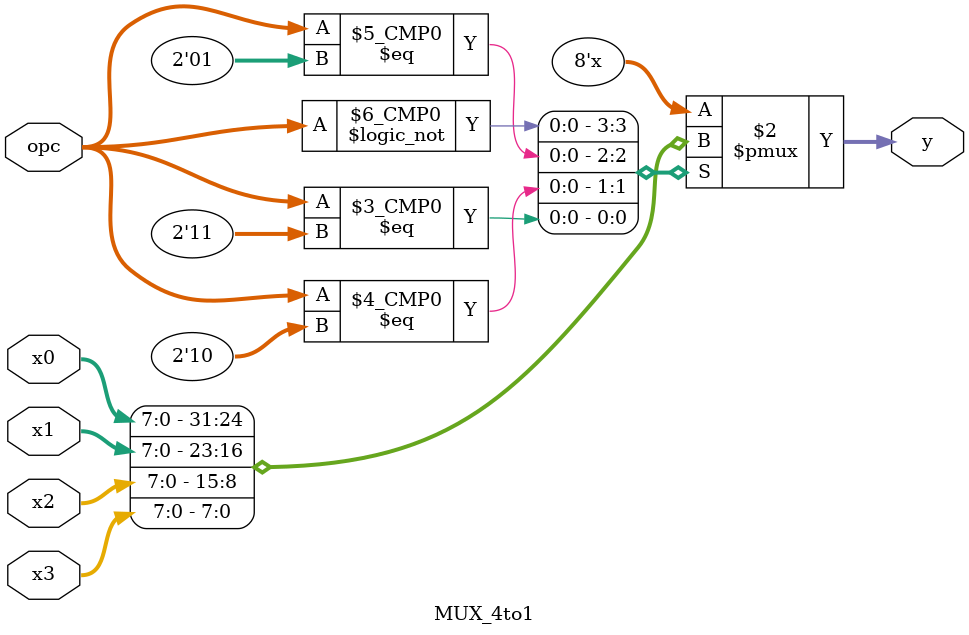
<source format=v>
module MUX_4to1 #(
	parameter n=8
	)
	(
	input  [1:0] opc,
	input  [n-1:0] x0,
	input  [n-1:0] x1,
	input  [n-1:0] x2,
	input  [n-1:0] x3,
	output reg [n-1:0] y
	);					
	
	always@(opc,x0,x1,x2,x3)
		begin				
			case(opc)
				
				2'b00:begin
				y = x0;	
				end
				
				2'b01:begin
				y = x1;	
				end
				
				2'b10:begin
				y = x2;	
				end
				
				2'b11:begin
				y = x3;	
				end
				
			endcase
			
		end
		
endmodule

</source>
